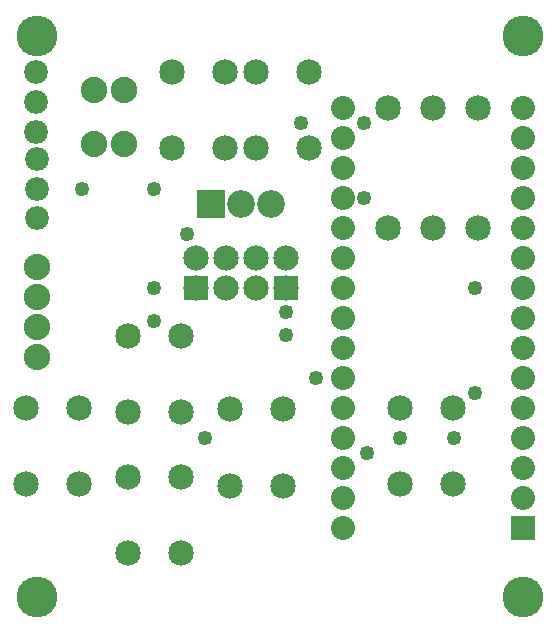
<source format=gbs>
G04 MADE WITH FRITZING*
G04 WWW.FRITZING.ORG*
G04 DOUBLE SIDED*
G04 HOLES PLATED*
G04 CONTOUR ON CENTER OF CONTOUR VECTOR*
%ASAXBY*%
%FSLAX23Y23*%
%MOIN*%
%OFA0B0*%
%SFA1.0B1.0*%
%ADD10C,0.085000*%
%ADD11C,0.092000*%
%ADD12C,0.079444*%
%ADD13C,0.080000*%
%ADD14C,0.084472*%
%ADD15C,0.088000*%
%ADD16C,0.049370*%
%ADD17C,0.135984*%
%ADD18R,0.092000X0.092000*%
%ADD19R,0.079972X0.080000*%
%ADD20R,0.084472X0.084108*%
%LNMASK0*%
G90*
G70*
G54D10*
X238Y462D03*
X238Y718D03*
X61Y462D03*
X61Y718D03*
X238Y462D03*
X238Y718D03*
X61Y462D03*
X61Y718D03*
X400Y958D03*
X400Y702D03*
X577Y958D03*
X577Y702D03*
X400Y958D03*
X400Y702D03*
X577Y958D03*
X577Y702D03*
X400Y488D03*
X400Y232D03*
X577Y488D03*
X577Y232D03*
X400Y488D03*
X400Y232D03*
X577Y488D03*
X577Y232D03*
X740Y714D03*
X740Y458D03*
X917Y714D03*
X917Y458D03*
X740Y714D03*
X740Y458D03*
X917Y714D03*
X917Y458D03*
X1485Y462D03*
X1485Y718D03*
X1307Y462D03*
X1307Y718D03*
X1485Y462D03*
X1485Y718D03*
X1307Y462D03*
X1307Y718D03*
G54D11*
X676Y1398D03*
X776Y1398D03*
X876Y1398D03*
G54D12*
X94Y1836D03*
X94Y1736D03*
X94Y1636D03*
X97Y1548D03*
X97Y1448D03*
X97Y1349D03*
G54D13*
X1717Y318D03*
X1717Y418D03*
X1717Y518D03*
X1717Y618D03*
X1717Y718D03*
X1717Y818D03*
X1717Y918D03*
X1717Y1018D03*
X1717Y1118D03*
X1717Y1218D03*
X1717Y1318D03*
X1717Y1418D03*
X1717Y1518D03*
X1717Y1618D03*
X1717Y1718D03*
X1117Y318D03*
X1117Y418D03*
X1117Y518D03*
X1117Y618D03*
X1117Y718D03*
X1117Y818D03*
X1117Y918D03*
X1117Y1018D03*
X1117Y1118D03*
X1117Y1218D03*
X1117Y1318D03*
X1117Y1418D03*
X1117Y1518D03*
X1117Y1618D03*
X1117Y1718D03*
G54D10*
X1417Y1718D03*
X1417Y1318D03*
X1267Y1718D03*
X1267Y1318D03*
X1567Y1718D03*
X1567Y1318D03*
X725Y1582D03*
X725Y1838D03*
X547Y1582D03*
X547Y1838D03*
X725Y1582D03*
X725Y1838D03*
X547Y1582D03*
X547Y1838D03*
X1005Y1582D03*
X1005Y1838D03*
X827Y1582D03*
X827Y1838D03*
X1005Y1582D03*
X1005Y1838D03*
X827Y1582D03*
X827Y1838D03*
G54D14*
X928Y1118D03*
X928Y1218D03*
X827Y1118D03*
X827Y1218D03*
X727Y1118D03*
X727Y1218D03*
X626Y1118D03*
X626Y1218D03*
G54D15*
X287Y1598D03*
X387Y1598D03*
X287Y1778D03*
X387Y1778D03*
X97Y888D03*
X97Y988D03*
X97Y1088D03*
X97Y1188D03*
G54D16*
X597Y1298D03*
X1187Y1418D03*
X1027Y818D03*
X1197Y568D03*
X1557Y768D03*
X1557Y1118D03*
X487Y1448D03*
X247Y1448D03*
X657Y618D03*
G54D17*
X1717Y88D03*
X1717Y1958D03*
X97Y1958D03*
X97Y88D03*
G54D16*
X487Y1008D03*
X1307Y618D03*
X1487Y618D03*
X928Y1038D03*
X928Y959D03*
X977Y1668D03*
X1187Y1668D03*
X487Y1118D03*
G54D18*
X676Y1398D03*
G54D19*
X1717Y318D03*
G54D20*
X928Y1118D03*
X626Y1118D03*
G04 End of Mask0*
M02*
</source>
